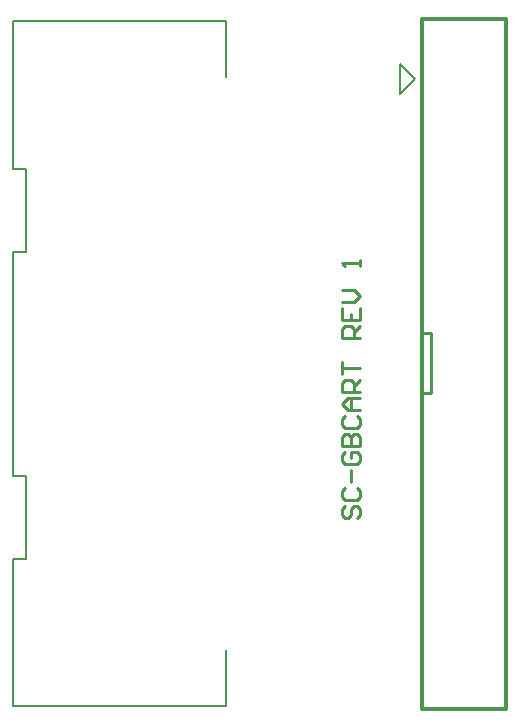
<source format=gto>
G04 Layer_Color=65535*
%FSLAX25Y25*%
%MOIN*%
G70*
G01*
G75*
%ADD13C,0.01000*%
%ADD25C,0.01200*%
%ADD26C,0.00800*%
%ADD27C,0.00500*%
D13*
X263400Y250200D02*
X266400D01*
Y230200D02*
Y250200D01*
X263400Y230200D02*
X266400D01*
X238002Y192499D02*
X237002Y191499D01*
Y189500D01*
X238002Y188500D01*
X239001D01*
X240001Y189500D01*
Y191499D01*
X241001Y192499D01*
X242000D01*
X243000Y191499D01*
Y189500D01*
X242000Y188500D01*
X238002Y198497D02*
X237002Y197497D01*
Y195498D01*
X238002Y194498D01*
X242000D01*
X243000Y195498D01*
Y197497D01*
X242000Y198497D01*
X240001Y200496D02*
Y204495D01*
X238002Y210493D02*
X237002Y209493D01*
Y207494D01*
X238002Y206494D01*
X242000D01*
X243000Y207494D01*
Y209493D01*
X242000Y210493D01*
X240001D01*
Y208493D01*
X237002Y212492D02*
X243000D01*
Y215491D01*
X242000Y216491D01*
X241001D01*
X240001Y215491D01*
Y212492D01*
Y215491D01*
X239001Y216491D01*
X238002D01*
X237002Y215491D01*
Y212492D01*
X238002Y222489D02*
X237002Y221489D01*
Y219490D01*
X238002Y218490D01*
X242000D01*
X243000Y219490D01*
Y221489D01*
X242000Y222489D01*
X243000Y224488D02*
X239001D01*
X237002Y226488D01*
X239001Y228487D01*
X243000D01*
X240001D01*
Y224488D01*
X243000Y230486D02*
X237002D01*
Y233485D01*
X238002Y234485D01*
X240001D01*
X241001Y233485D01*
Y230486D01*
Y232486D02*
X243000Y234485D01*
X237002Y236485D02*
Y240483D01*
Y238484D01*
X243000D01*
Y248481D02*
X237002D01*
Y251480D01*
X238002Y252479D01*
X240001D01*
X241001Y251480D01*
Y248481D01*
Y250480D02*
X243000Y252479D01*
X237002Y258477D02*
Y254479D01*
X243000D01*
Y258477D01*
X240001Y254479D02*
Y256478D01*
X237002Y260477D02*
X241001D01*
X243000Y262476D01*
X241001Y264475D01*
X237002D01*
X243000Y272473D02*
Y274472D01*
Y273472D01*
X237002D01*
X238002Y272473D01*
D25*
X291500Y125000D02*
Y355000D01*
X263500Y125000D02*
Y355000D01*
X291500D01*
X263500Y125000D02*
X291500D01*
D26*
X256100Y330000D02*
X261100Y335000D01*
X256100Y330000D02*
Y340000D01*
X261100Y335000D01*
D27*
X127264Y125827D02*
Y148465D01*
Y354173D02*
X198130D01*
X127264Y125827D02*
X198130D01*
Y144528D01*
Y335472D02*
Y354173D01*
X127264Y125827D02*
Y175039D01*
X131496D01*
Y202598D01*
X127264D02*
X131496D01*
X127264Y304961D02*
X131496D01*
Y277402D02*
Y304961D01*
X127264Y277402D02*
X131496D01*
X127264Y202598D02*
Y277402D01*
Y304961D02*
Y354173D01*
M02*

</source>
